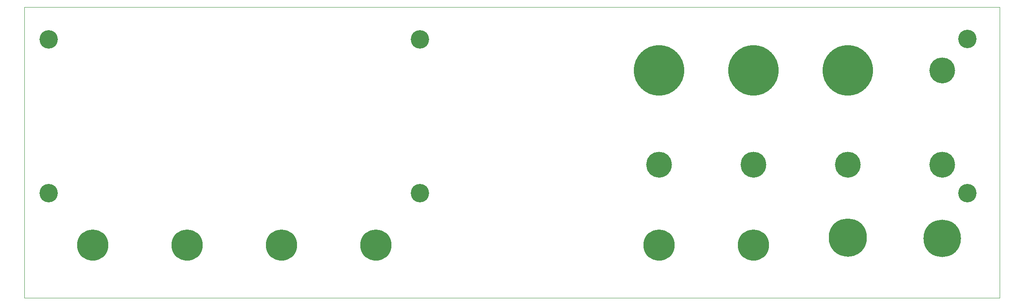
<source format=gbs>
G75*
%MOIN*%
%OFA0B0*%
%FSLAX24Y24*%
%IPPOS*%
%LPD*%
%AMOC8*
5,1,8,0,0,1.08239X$1,22.5*
%
%ADD10C,0.0000*%
%ADD11C,0.2049*%
%ADD12C,0.2482*%
%ADD13C,0.3033*%
%ADD14C,0.1464*%
%ADD15C,0.4023*%
%ADD16C,0.2980*%
D10*
X000100Y000100D02*
X077600Y000100D01*
X077600Y023220D01*
X000100Y023220D01*
X000100Y000100D01*
X004319Y004289D02*
X004321Y004358D01*
X004327Y004427D01*
X004337Y004496D01*
X004351Y004563D01*
X004369Y004630D01*
X004390Y004696D01*
X004415Y004761D01*
X004444Y004823D01*
X004477Y004884D01*
X004513Y004944D01*
X004552Y005001D01*
X004595Y005055D01*
X004641Y005107D01*
X004689Y005156D01*
X004741Y005203D01*
X004795Y005246D01*
X004851Y005286D01*
X004910Y005323D01*
X004970Y005357D01*
X005033Y005387D01*
X005097Y005413D01*
X005162Y005435D01*
X005229Y005454D01*
X005296Y005469D01*
X005365Y005480D01*
X005434Y005487D01*
X005503Y005490D01*
X005572Y005489D01*
X005641Y005484D01*
X005710Y005475D01*
X005778Y005462D01*
X005845Y005445D01*
X005911Y005425D01*
X005976Y005400D01*
X006039Y005372D01*
X006100Y005340D01*
X006160Y005305D01*
X006218Y005267D01*
X006273Y005225D01*
X006325Y005180D01*
X006375Y005132D01*
X006422Y005081D01*
X006467Y005028D01*
X006508Y004972D01*
X006545Y004914D01*
X006580Y004854D01*
X006610Y004792D01*
X006638Y004729D01*
X006661Y004663D01*
X006681Y004597D01*
X006697Y004530D01*
X006709Y004461D01*
X006717Y004393D01*
X006721Y004324D01*
X006721Y004254D01*
X006717Y004185D01*
X006709Y004117D01*
X006697Y004048D01*
X006681Y003981D01*
X006661Y003915D01*
X006638Y003849D01*
X006610Y003786D01*
X006580Y003724D01*
X006545Y003664D01*
X006508Y003606D01*
X006467Y003550D01*
X006422Y003497D01*
X006375Y003446D01*
X006325Y003398D01*
X006273Y003353D01*
X006218Y003311D01*
X006160Y003273D01*
X006100Y003238D01*
X006039Y003206D01*
X005976Y003178D01*
X005911Y003153D01*
X005845Y003133D01*
X005778Y003116D01*
X005710Y003103D01*
X005641Y003094D01*
X005572Y003089D01*
X005503Y003088D01*
X005434Y003091D01*
X005365Y003098D01*
X005296Y003109D01*
X005229Y003124D01*
X005162Y003143D01*
X005097Y003165D01*
X005033Y003191D01*
X004970Y003221D01*
X004910Y003255D01*
X004851Y003292D01*
X004795Y003332D01*
X004741Y003375D01*
X004689Y003422D01*
X004641Y003471D01*
X004595Y003523D01*
X004552Y003577D01*
X004513Y003634D01*
X004477Y003694D01*
X004444Y003755D01*
X004415Y003817D01*
X004390Y003882D01*
X004369Y003948D01*
X004351Y004015D01*
X004337Y004082D01*
X004327Y004151D01*
X004321Y004220D01*
X004319Y004289D01*
X011819Y004289D02*
X011821Y004358D01*
X011827Y004427D01*
X011837Y004496D01*
X011851Y004563D01*
X011869Y004630D01*
X011890Y004696D01*
X011915Y004761D01*
X011944Y004823D01*
X011977Y004884D01*
X012013Y004944D01*
X012052Y005001D01*
X012095Y005055D01*
X012141Y005107D01*
X012189Y005156D01*
X012241Y005203D01*
X012295Y005246D01*
X012351Y005286D01*
X012410Y005323D01*
X012470Y005357D01*
X012533Y005387D01*
X012597Y005413D01*
X012662Y005435D01*
X012729Y005454D01*
X012796Y005469D01*
X012865Y005480D01*
X012934Y005487D01*
X013003Y005490D01*
X013072Y005489D01*
X013141Y005484D01*
X013210Y005475D01*
X013278Y005462D01*
X013345Y005445D01*
X013411Y005425D01*
X013476Y005400D01*
X013539Y005372D01*
X013600Y005340D01*
X013660Y005305D01*
X013718Y005267D01*
X013773Y005225D01*
X013825Y005180D01*
X013875Y005132D01*
X013922Y005081D01*
X013967Y005028D01*
X014008Y004972D01*
X014045Y004914D01*
X014080Y004854D01*
X014110Y004792D01*
X014138Y004729D01*
X014161Y004663D01*
X014181Y004597D01*
X014197Y004530D01*
X014209Y004461D01*
X014217Y004393D01*
X014221Y004324D01*
X014221Y004254D01*
X014217Y004185D01*
X014209Y004117D01*
X014197Y004048D01*
X014181Y003981D01*
X014161Y003915D01*
X014138Y003849D01*
X014110Y003786D01*
X014080Y003724D01*
X014045Y003664D01*
X014008Y003606D01*
X013967Y003550D01*
X013922Y003497D01*
X013875Y003446D01*
X013825Y003398D01*
X013773Y003353D01*
X013718Y003311D01*
X013660Y003273D01*
X013600Y003238D01*
X013539Y003206D01*
X013476Y003178D01*
X013411Y003153D01*
X013345Y003133D01*
X013278Y003116D01*
X013210Y003103D01*
X013141Y003094D01*
X013072Y003089D01*
X013003Y003088D01*
X012934Y003091D01*
X012865Y003098D01*
X012796Y003109D01*
X012729Y003124D01*
X012662Y003143D01*
X012597Y003165D01*
X012533Y003191D01*
X012470Y003221D01*
X012410Y003255D01*
X012351Y003292D01*
X012295Y003332D01*
X012241Y003375D01*
X012189Y003422D01*
X012141Y003471D01*
X012095Y003523D01*
X012052Y003577D01*
X012013Y003634D01*
X011977Y003694D01*
X011944Y003755D01*
X011915Y003817D01*
X011890Y003882D01*
X011869Y003948D01*
X011851Y004015D01*
X011837Y004082D01*
X011827Y004151D01*
X011821Y004220D01*
X011819Y004289D01*
X019319Y004289D02*
X019321Y004358D01*
X019327Y004427D01*
X019337Y004496D01*
X019351Y004563D01*
X019369Y004630D01*
X019390Y004696D01*
X019415Y004761D01*
X019444Y004823D01*
X019477Y004884D01*
X019513Y004944D01*
X019552Y005001D01*
X019595Y005055D01*
X019641Y005107D01*
X019689Y005156D01*
X019741Y005203D01*
X019795Y005246D01*
X019851Y005286D01*
X019910Y005323D01*
X019970Y005357D01*
X020033Y005387D01*
X020097Y005413D01*
X020162Y005435D01*
X020229Y005454D01*
X020296Y005469D01*
X020365Y005480D01*
X020434Y005487D01*
X020503Y005490D01*
X020572Y005489D01*
X020641Y005484D01*
X020710Y005475D01*
X020778Y005462D01*
X020845Y005445D01*
X020911Y005425D01*
X020976Y005400D01*
X021039Y005372D01*
X021100Y005340D01*
X021160Y005305D01*
X021218Y005267D01*
X021273Y005225D01*
X021325Y005180D01*
X021375Y005132D01*
X021422Y005081D01*
X021467Y005028D01*
X021508Y004972D01*
X021545Y004914D01*
X021580Y004854D01*
X021610Y004792D01*
X021638Y004729D01*
X021661Y004663D01*
X021681Y004597D01*
X021697Y004530D01*
X021709Y004461D01*
X021717Y004393D01*
X021721Y004324D01*
X021721Y004254D01*
X021717Y004185D01*
X021709Y004117D01*
X021697Y004048D01*
X021681Y003981D01*
X021661Y003915D01*
X021638Y003849D01*
X021610Y003786D01*
X021580Y003724D01*
X021545Y003664D01*
X021508Y003606D01*
X021467Y003550D01*
X021422Y003497D01*
X021375Y003446D01*
X021325Y003398D01*
X021273Y003353D01*
X021218Y003311D01*
X021160Y003273D01*
X021100Y003238D01*
X021039Y003206D01*
X020976Y003178D01*
X020911Y003153D01*
X020845Y003133D01*
X020778Y003116D01*
X020710Y003103D01*
X020641Y003094D01*
X020572Y003089D01*
X020503Y003088D01*
X020434Y003091D01*
X020365Y003098D01*
X020296Y003109D01*
X020229Y003124D01*
X020162Y003143D01*
X020097Y003165D01*
X020033Y003191D01*
X019970Y003221D01*
X019910Y003255D01*
X019851Y003292D01*
X019795Y003332D01*
X019741Y003375D01*
X019689Y003422D01*
X019641Y003471D01*
X019595Y003523D01*
X019552Y003577D01*
X019513Y003634D01*
X019477Y003694D01*
X019444Y003755D01*
X019415Y003817D01*
X019390Y003882D01*
X019369Y003948D01*
X019351Y004015D01*
X019337Y004082D01*
X019327Y004151D01*
X019321Y004220D01*
X019319Y004289D01*
X026819Y004289D02*
X026821Y004358D01*
X026827Y004427D01*
X026837Y004496D01*
X026851Y004563D01*
X026869Y004630D01*
X026890Y004696D01*
X026915Y004761D01*
X026944Y004823D01*
X026977Y004884D01*
X027013Y004944D01*
X027052Y005001D01*
X027095Y005055D01*
X027141Y005107D01*
X027189Y005156D01*
X027241Y005203D01*
X027295Y005246D01*
X027351Y005286D01*
X027410Y005323D01*
X027470Y005357D01*
X027533Y005387D01*
X027597Y005413D01*
X027662Y005435D01*
X027729Y005454D01*
X027796Y005469D01*
X027865Y005480D01*
X027934Y005487D01*
X028003Y005490D01*
X028072Y005489D01*
X028141Y005484D01*
X028210Y005475D01*
X028278Y005462D01*
X028345Y005445D01*
X028411Y005425D01*
X028476Y005400D01*
X028539Y005372D01*
X028600Y005340D01*
X028660Y005305D01*
X028718Y005267D01*
X028773Y005225D01*
X028825Y005180D01*
X028875Y005132D01*
X028922Y005081D01*
X028967Y005028D01*
X029008Y004972D01*
X029045Y004914D01*
X029080Y004854D01*
X029110Y004792D01*
X029138Y004729D01*
X029161Y004663D01*
X029181Y004597D01*
X029197Y004530D01*
X029209Y004461D01*
X029217Y004393D01*
X029221Y004324D01*
X029221Y004254D01*
X029217Y004185D01*
X029209Y004117D01*
X029197Y004048D01*
X029181Y003981D01*
X029161Y003915D01*
X029138Y003849D01*
X029110Y003786D01*
X029080Y003724D01*
X029045Y003664D01*
X029008Y003606D01*
X028967Y003550D01*
X028922Y003497D01*
X028875Y003446D01*
X028825Y003398D01*
X028773Y003353D01*
X028718Y003311D01*
X028660Y003273D01*
X028600Y003238D01*
X028539Y003206D01*
X028476Y003178D01*
X028411Y003153D01*
X028345Y003133D01*
X028278Y003116D01*
X028210Y003103D01*
X028141Y003094D01*
X028072Y003089D01*
X028003Y003088D01*
X027934Y003091D01*
X027865Y003098D01*
X027796Y003109D01*
X027729Y003124D01*
X027662Y003143D01*
X027597Y003165D01*
X027533Y003191D01*
X027470Y003221D01*
X027410Y003255D01*
X027351Y003292D01*
X027295Y003332D01*
X027241Y003375D01*
X027189Y003422D01*
X027141Y003471D01*
X027095Y003523D01*
X027052Y003577D01*
X027013Y003634D01*
X026977Y003694D01*
X026944Y003755D01*
X026915Y003817D01*
X026890Y003882D01*
X026869Y003948D01*
X026851Y004015D01*
X026837Y004082D01*
X026827Y004151D01*
X026821Y004220D01*
X026819Y004289D01*
X049319Y004289D02*
X049321Y004358D01*
X049327Y004427D01*
X049337Y004496D01*
X049351Y004563D01*
X049369Y004630D01*
X049390Y004696D01*
X049415Y004761D01*
X049444Y004823D01*
X049477Y004884D01*
X049513Y004944D01*
X049552Y005001D01*
X049595Y005055D01*
X049641Y005107D01*
X049689Y005156D01*
X049741Y005203D01*
X049795Y005246D01*
X049851Y005286D01*
X049910Y005323D01*
X049970Y005357D01*
X050033Y005387D01*
X050097Y005413D01*
X050162Y005435D01*
X050229Y005454D01*
X050296Y005469D01*
X050365Y005480D01*
X050434Y005487D01*
X050503Y005490D01*
X050572Y005489D01*
X050641Y005484D01*
X050710Y005475D01*
X050778Y005462D01*
X050845Y005445D01*
X050911Y005425D01*
X050976Y005400D01*
X051039Y005372D01*
X051100Y005340D01*
X051160Y005305D01*
X051218Y005267D01*
X051273Y005225D01*
X051325Y005180D01*
X051375Y005132D01*
X051422Y005081D01*
X051467Y005028D01*
X051508Y004972D01*
X051545Y004914D01*
X051580Y004854D01*
X051610Y004792D01*
X051638Y004729D01*
X051661Y004663D01*
X051681Y004597D01*
X051697Y004530D01*
X051709Y004461D01*
X051717Y004393D01*
X051721Y004324D01*
X051721Y004254D01*
X051717Y004185D01*
X051709Y004117D01*
X051697Y004048D01*
X051681Y003981D01*
X051661Y003915D01*
X051638Y003849D01*
X051610Y003786D01*
X051580Y003724D01*
X051545Y003664D01*
X051508Y003606D01*
X051467Y003550D01*
X051422Y003497D01*
X051375Y003446D01*
X051325Y003398D01*
X051273Y003353D01*
X051218Y003311D01*
X051160Y003273D01*
X051100Y003238D01*
X051039Y003206D01*
X050976Y003178D01*
X050911Y003153D01*
X050845Y003133D01*
X050778Y003116D01*
X050710Y003103D01*
X050641Y003094D01*
X050572Y003089D01*
X050503Y003088D01*
X050434Y003091D01*
X050365Y003098D01*
X050296Y003109D01*
X050229Y003124D01*
X050162Y003143D01*
X050097Y003165D01*
X050033Y003191D01*
X049970Y003221D01*
X049910Y003255D01*
X049851Y003292D01*
X049795Y003332D01*
X049741Y003375D01*
X049689Y003422D01*
X049641Y003471D01*
X049595Y003523D01*
X049552Y003577D01*
X049513Y003634D01*
X049477Y003694D01*
X049444Y003755D01*
X049415Y003817D01*
X049390Y003882D01*
X049369Y003948D01*
X049351Y004015D01*
X049337Y004082D01*
X049327Y004151D01*
X049321Y004220D01*
X049319Y004289D01*
X056819Y004289D02*
X056821Y004358D01*
X056827Y004427D01*
X056837Y004496D01*
X056851Y004563D01*
X056869Y004630D01*
X056890Y004696D01*
X056915Y004761D01*
X056944Y004823D01*
X056977Y004884D01*
X057013Y004944D01*
X057052Y005001D01*
X057095Y005055D01*
X057141Y005107D01*
X057189Y005156D01*
X057241Y005203D01*
X057295Y005246D01*
X057351Y005286D01*
X057410Y005323D01*
X057470Y005357D01*
X057533Y005387D01*
X057597Y005413D01*
X057662Y005435D01*
X057729Y005454D01*
X057796Y005469D01*
X057865Y005480D01*
X057934Y005487D01*
X058003Y005490D01*
X058072Y005489D01*
X058141Y005484D01*
X058210Y005475D01*
X058278Y005462D01*
X058345Y005445D01*
X058411Y005425D01*
X058476Y005400D01*
X058539Y005372D01*
X058600Y005340D01*
X058660Y005305D01*
X058718Y005267D01*
X058773Y005225D01*
X058825Y005180D01*
X058875Y005132D01*
X058922Y005081D01*
X058967Y005028D01*
X059008Y004972D01*
X059045Y004914D01*
X059080Y004854D01*
X059110Y004792D01*
X059138Y004729D01*
X059161Y004663D01*
X059181Y004597D01*
X059197Y004530D01*
X059209Y004461D01*
X059217Y004393D01*
X059221Y004324D01*
X059221Y004254D01*
X059217Y004185D01*
X059209Y004117D01*
X059197Y004048D01*
X059181Y003981D01*
X059161Y003915D01*
X059138Y003849D01*
X059110Y003786D01*
X059080Y003724D01*
X059045Y003664D01*
X059008Y003606D01*
X058967Y003550D01*
X058922Y003497D01*
X058875Y003446D01*
X058825Y003398D01*
X058773Y003353D01*
X058718Y003311D01*
X058660Y003273D01*
X058600Y003238D01*
X058539Y003206D01*
X058476Y003178D01*
X058411Y003153D01*
X058345Y003133D01*
X058278Y003116D01*
X058210Y003103D01*
X058141Y003094D01*
X058072Y003089D01*
X058003Y003088D01*
X057934Y003091D01*
X057865Y003098D01*
X057796Y003109D01*
X057729Y003124D01*
X057662Y003143D01*
X057597Y003165D01*
X057533Y003191D01*
X057470Y003221D01*
X057410Y003255D01*
X057351Y003292D01*
X057295Y003332D01*
X057241Y003375D01*
X057189Y003422D01*
X057141Y003471D01*
X057095Y003523D01*
X057052Y003577D01*
X057013Y003634D01*
X056977Y003694D01*
X056944Y003755D01*
X056915Y003817D01*
X056890Y003882D01*
X056869Y003948D01*
X056851Y004015D01*
X056837Y004082D01*
X056827Y004151D01*
X056821Y004220D01*
X056819Y004289D01*
X064044Y004880D02*
X064046Y004957D01*
X064052Y005033D01*
X064062Y005109D01*
X064076Y005184D01*
X064093Y005259D01*
X064115Y005332D01*
X064140Y005405D01*
X064170Y005476D01*
X064202Y005545D01*
X064239Y005612D01*
X064278Y005678D01*
X064321Y005741D01*
X064368Y005802D01*
X064417Y005861D01*
X064470Y005917D01*
X064525Y005970D01*
X064583Y006020D01*
X064643Y006067D01*
X064706Y006111D01*
X064771Y006152D01*
X064838Y006189D01*
X064907Y006223D01*
X064977Y006253D01*
X065049Y006279D01*
X065123Y006301D01*
X065197Y006320D01*
X065272Y006335D01*
X065348Y006346D01*
X065424Y006353D01*
X065501Y006356D01*
X065577Y006355D01*
X065654Y006350D01*
X065730Y006341D01*
X065806Y006328D01*
X065880Y006311D01*
X065954Y006291D01*
X066027Y006266D01*
X066098Y006238D01*
X066168Y006206D01*
X066236Y006171D01*
X066302Y006132D01*
X066366Y006090D01*
X066427Y006044D01*
X066487Y005995D01*
X066543Y005944D01*
X066597Y005889D01*
X066648Y005832D01*
X066696Y005772D01*
X066741Y005710D01*
X066782Y005645D01*
X066820Y005579D01*
X066855Y005511D01*
X066885Y005440D01*
X066913Y005369D01*
X066936Y005296D01*
X066956Y005222D01*
X066972Y005147D01*
X066984Y005071D01*
X066992Y004995D01*
X066996Y004918D01*
X066996Y004842D01*
X066992Y004765D01*
X066984Y004689D01*
X066972Y004613D01*
X066956Y004538D01*
X066936Y004464D01*
X066913Y004391D01*
X066885Y004320D01*
X066855Y004249D01*
X066820Y004181D01*
X066782Y004115D01*
X066741Y004050D01*
X066696Y003988D01*
X066648Y003928D01*
X066597Y003871D01*
X066543Y003816D01*
X066487Y003765D01*
X066427Y003716D01*
X066366Y003670D01*
X066302Y003628D01*
X066236Y003589D01*
X066168Y003554D01*
X066098Y003522D01*
X066027Y003494D01*
X065954Y003469D01*
X065880Y003449D01*
X065806Y003432D01*
X065730Y003419D01*
X065654Y003410D01*
X065577Y003405D01*
X065501Y003404D01*
X065424Y003407D01*
X065348Y003414D01*
X065272Y003425D01*
X065197Y003440D01*
X065123Y003459D01*
X065049Y003481D01*
X064977Y003507D01*
X064907Y003537D01*
X064838Y003571D01*
X064771Y003608D01*
X064706Y003649D01*
X064643Y003693D01*
X064583Y003740D01*
X064525Y003790D01*
X064470Y003843D01*
X064417Y003899D01*
X064368Y003958D01*
X064321Y004019D01*
X064278Y004082D01*
X064239Y004148D01*
X064202Y004215D01*
X064170Y004284D01*
X064140Y004355D01*
X064115Y004428D01*
X064093Y004501D01*
X064076Y004576D01*
X064062Y004651D01*
X064052Y004727D01*
X064046Y004803D01*
X064044Y004880D01*
X064536Y010685D02*
X064538Y010747D01*
X064544Y010810D01*
X064554Y010871D01*
X064568Y010932D01*
X064585Y010992D01*
X064606Y011051D01*
X064632Y011108D01*
X064660Y011163D01*
X064692Y011217D01*
X064728Y011268D01*
X064766Y011318D01*
X064808Y011364D01*
X064852Y011408D01*
X064900Y011449D01*
X064949Y011487D01*
X065001Y011521D01*
X065055Y011552D01*
X065111Y011580D01*
X065169Y011604D01*
X065228Y011625D01*
X065288Y011641D01*
X065349Y011654D01*
X065411Y011663D01*
X065473Y011668D01*
X065536Y011669D01*
X065598Y011666D01*
X065660Y011659D01*
X065722Y011648D01*
X065782Y011633D01*
X065842Y011615D01*
X065900Y011593D01*
X065957Y011567D01*
X066012Y011537D01*
X066065Y011504D01*
X066116Y011468D01*
X066164Y011429D01*
X066210Y011386D01*
X066253Y011341D01*
X066293Y011293D01*
X066330Y011243D01*
X066364Y011190D01*
X066395Y011136D01*
X066421Y011080D01*
X066445Y011022D01*
X066464Y010962D01*
X066480Y010902D01*
X066492Y010840D01*
X066500Y010779D01*
X066504Y010716D01*
X066504Y010654D01*
X066500Y010591D01*
X066492Y010530D01*
X066480Y010468D01*
X066464Y010408D01*
X066445Y010348D01*
X066421Y010290D01*
X066395Y010234D01*
X066364Y010180D01*
X066330Y010127D01*
X066293Y010077D01*
X066253Y010029D01*
X066210Y009984D01*
X066164Y009941D01*
X066116Y009902D01*
X066065Y009866D01*
X066012Y009833D01*
X065957Y009803D01*
X065900Y009777D01*
X065842Y009755D01*
X065782Y009737D01*
X065722Y009722D01*
X065660Y009711D01*
X065598Y009704D01*
X065536Y009701D01*
X065473Y009702D01*
X065411Y009707D01*
X065349Y009716D01*
X065288Y009729D01*
X065228Y009745D01*
X065169Y009766D01*
X065111Y009790D01*
X065055Y009818D01*
X065001Y009849D01*
X064949Y009883D01*
X064900Y009921D01*
X064852Y009962D01*
X064808Y010006D01*
X064766Y010052D01*
X064728Y010102D01*
X064692Y010153D01*
X064660Y010207D01*
X064632Y010262D01*
X064606Y010319D01*
X064585Y010378D01*
X064568Y010438D01*
X064554Y010499D01*
X064544Y010560D01*
X064538Y010623D01*
X064536Y010685D01*
X057036Y010685D02*
X057038Y010747D01*
X057044Y010810D01*
X057054Y010871D01*
X057068Y010932D01*
X057085Y010992D01*
X057106Y011051D01*
X057132Y011108D01*
X057160Y011163D01*
X057192Y011217D01*
X057228Y011268D01*
X057266Y011318D01*
X057308Y011364D01*
X057352Y011408D01*
X057400Y011449D01*
X057449Y011487D01*
X057501Y011521D01*
X057555Y011552D01*
X057611Y011580D01*
X057669Y011604D01*
X057728Y011625D01*
X057788Y011641D01*
X057849Y011654D01*
X057911Y011663D01*
X057973Y011668D01*
X058036Y011669D01*
X058098Y011666D01*
X058160Y011659D01*
X058222Y011648D01*
X058282Y011633D01*
X058342Y011615D01*
X058400Y011593D01*
X058457Y011567D01*
X058512Y011537D01*
X058565Y011504D01*
X058616Y011468D01*
X058664Y011429D01*
X058710Y011386D01*
X058753Y011341D01*
X058793Y011293D01*
X058830Y011243D01*
X058864Y011190D01*
X058895Y011136D01*
X058921Y011080D01*
X058945Y011022D01*
X058964Y010962D01*
X058980Y010902D01*
X058992Y010840D01*
X059000Y010779D01*
X059004Y010716D01*
X059004Y010654D01*
X059000Y010591D01*
X058992Y010530D01*
X058980Y010468D01*
X058964Y010408D01*
X058945Y010348D01*
X058921Y010290D01*
X058895Y010234D01*
X058864Y010180D01*
X058830Y010127D01*
X058793Y010077D01*
X058753Y010029D01*
X058710Y009984D01*
X058664Y009941D01*
X058616Y009902D01*
X058565Y009866D01*
X058512Y009833D01*
X058457Y009803D01*
X058400Y009777D01*
X058342Y009755D01*
X058282Y009737D01*
X058222Y009722D01*
X058160Y009711D01*
X058098Y009704D01*
X058036Y009701D01*
X057973Y009702D01*
X057911Y009707D01*
X057849Y009716D01*
X057788Y009729D01*
X057728Y009745D01*
X057669Y009766D01*
X057611Y009790D01*
X057555Y009818D01*
X057501Y009849D01*
X057449Y009883D01*
X057400Y009921D01*
X057352Y009962D01*
X057308Y010006D01*
X057266Y010052D01*
X057228Y010102D01*
X057192Y010153D01*
X057160Y010207D01*
X057132Y010262D01*
X057106Y010319D01*
X057085Y010378D01*
X057068Y010438D01*
X057054Y010499D01*
X057044Y010560D01*
X057038Y010623D01*
X057036Y010685D01*
X049536Y010685D02*
X049538Y010747D01*
X049544Y010810D01*
X049554Y010871D01*
X049568Y010932D01*
X049585Y010992D01*
X049606Y011051D01*
X049632Y011108D01*
X049660Y011163D01*
X049692Y011217D01*
X049728Y011268D01*
X049766Y011318D01*
X049808Y011364D01*
X049852Y011408D01*
X049900Y011449D01*
X049949Y011487D01*
X050001Y011521D01*
X050055Y011552D01*
X050111Y011580D01*
X050169Y011604D01*
X050228Y011625D01*
X050288Y011641D01*
X050349Y011654D01*
X050411Y011663D01*
X050473Y011668D01*
X050536Y011669D01*
X050598Y011666D01*
X050660Y011659D01*
X050722Y011648D01*
X050782Y011633D01*
X050842Y011615D01*
X050900Y011593D01*
X050957Y011567D01*
X051012Y011537D01*
X051065Y011504D01*
X051116Y011468D01*
X051164Y011429D01*
X051210Y011386D01*
X051253Y011341D01*
X051293Y011293D01*
X051330Y011243D01*
X051364Y011190D01*
X051395Y011136D01*
X051421Y011080D01*
X051445Y011022D01*
X051464Y010962D01*
X051480Y010902D01*
X051492Y010840D01*
X051500Y010779D01*
X051504Y010716D01*
X051504Y010654D01*
X051500Y010591D01*
X051492Y010530D01*
X051480Y010468D01*
X051464Y010408D01*
X051445Y010348D01*
X051421Y010290D01*
X051395Y010234D01*
X051364Y010180D01*
X051330Y010127D01*
X051293Y010077D01*
X051253Y010029D01*
X051210Y009984D01*
X051164Y009941D01*
X051116Y009902D01*
X051065Y009866D01*
X051012Y009833D01*
X050957Y009803D01*
X050900Y009777D01*
X050842Y009755D01*
X050782Y009737D01*
X050722Y009722D01*
X050660Y009711D01*
X050598Y009704D01*
X050536Y009701D01*
X050473Y009702D01*
X050411Y009707D01*
X050349Y009716D01*
X050288Y009729D01*
X050228Y009745D01*
X050169Y009766D01*
X050111Y009790D01*
X050055Y009818D01*
X050001Y009849D01*
X049949Y009883D01*
X049900Y009921D01*
X049852Y009962D01*
X049808Y010006D01*
X049766Y010052D01*
X049728Y010102D01*
X049692Y010153D01*
X049660Y010207D01*
X049632Y010262D01*
X049606Y010319D01*
X049585Y010378D01*
X049568Y010438D01*
X049554Y010499D01*
X049544Y010560D01*
X049538Y010623D01*
X049536Y010685D01*
X072036Y010685D02*
X072038Y010747D01*
X072044Y010810D01*
X072054Y010871D01*
X072068Y010932D01*
X072085Y010992D01*
X072106Y011051D01*
X072132Y011108D01*
X072160Y011163D01*
X072192Y011217D01*
X072228Y011268D01*
X072266Y011318D01*
X072308Y011364D01*
X072352Y011408D01*
X072400Y011449D01*
X072449Y011487D01*
X072501Y011521D01*
X072555Y011552D01*
X072611Y011580D01*
X072669Y011604D01*
X072728Y011625D01*
X072788Y011641D01*
X072849Y011654D01*
X072911Y011663D01*
X072973Y011668D01*
X073036Y011669D01*
X073098Y011666D01*
X073160Y011659D01*
X073222Y011648D01*
X073282Y011633D01*
X073342Y011615D01*
X073400Y011593D01*
X073457Y011567D01*
X073512Y011537D01*
X073565Y011504D01*
X073616Y011468D01*
X073664Y011429D01*
X073710Y011386D01*
X073753Y011341D01*
X073793Y011293D01*
X073830Y011243D01*
X073864Y011190D01*
X073895Y011136D01*
X073921Y011080D01*
X073945Y011022D01*
X073964Y010962D01*
X073980Y010902D01*
X073992Y010840D01*
X074000Y010779D01*
X074004Y010716D01*
X074004Y010654D01*
X074000Y010591D01*
X073992Y010530D01*
X073980Y010468D01*
X073964Y010408D01*
X073945Y010348D01*
X073921Y010290D01*
X073895Y010234D01*
X073864Y010180D01*
X073830Y010127D01*
X073793Y010077D01*
X073753Y010029D01*
X073710Y009984D01*
X073664Y009941D01*
X073616Y009902D01*
X073565Y009866D01*
X073512Y009833D01*
X073457Y009803D01*
X073400Y009777D01*
X073342Y009755D01*
X073282Y009737D01*
X073222Y009722D01*
X073160Y009711D01*
X073098Y009704D01*
X073036Y009701D01*
X072973Y009702D01*
X072911Y009707D01*
X072849Y009716D01*
X072788Y009729D01*
X072728Y009745D01*
X072669Y009766D01*
X072611Y009790D01*
X072555Y009818D01*
X072501Y009849D01*
X072449Y009883D01*
X072400Y009921D01*
X072352Y009962D01*
X072308Y010006D01*
X072266Y010052D01*
X072228Y010102D01*
X072192Y010153D01*
X072160Y010207D01*
X072132Y010262D01*
X072106Y010319D01*
X072085Y010378D01*
X072068Y010438D01*
X072054Y010499D01*
X072044Y010560D01*
X072038Y010623D01*
X072036Y010685D01*
X072036Y018185D02*
X072038Y018247D01*
X072044Y018310D01*
X072054Y018371D01*
X072068Y018432D01*
X072085Y018492D01*
X072106Y018551D01*
X072132Y018608D01*
X072160Y018663D01*
X072192Y018717D01*
X072228Y018768D01*
X072266Y018818D01*
X072308Y018864D01*
X072352Y018908D01*
X072400Y018949D01*
X072449Y018987D01*
X072501Y019021D01*
X072555Y019052D01*
X072611Y019080D01*
X072669Y019104D01*
X072728Y019125D01*
X072788Y019141D01*
X072849Y019154D01*
X072911Y019163D01*
X072973Y019168D01*
X073036Y019169D01*
X073098Y019166D01*
X073160Y019159D01*
X073222Y019148D01*
X073282Y019133D01*
X073342Y019115D01*
X073400Y019093D01*
X073457Y019067D01*
X073512Y019037D01*
X073565Y019004D01*
X073616Y018968D01*
X073664Y018929D01*
X073710Y018886D01*
X073753Y018841D01*
X073793Y018793D01*
X073830Y018743D01*
X073864Y018690D01*
X073895Y018636D01*
X073921Y018580D01*
X073945Y018522D01*
X073964Y018462D01*
X073980Y018402D01*
X073992Y018340D01*
X074000Y018279D01*
X074004Y018216D01*
X074004Y018154D01*
X074000Y018091D01*
X073992Y018030D01*
X073980Y017968D01*
X073964Y017908D01*
X073945Y017848D01*
X073921Y017790D01*
X073895Y017734D01*
X073864Y017680D01*
X073830Y017627D01*
X073793Y017577D01*
X073753Y017529D01*
X073710Y017484D01*
X073664Y017441D01*
X073616Y017402D01*
X073565Y017366D01*
X073512Y017333D01*
X073457Y017303D01*
X073400Y017277D01*
X073342Y017255D01*
X073282Y017237D01*
X073222Y017222D01*
X073160Y017211D01*
X073098Y017204D01*
X073036Y017201D01*
X072973Y017202D01*
X072911Y017207D01*
X072849Y017216D01*
X072788Y017229D01*
X072728Y017245D01*
X072669Y017266D01*
X072611Y017290D01*
X072555Y017318D01*
X072501Y017349D01*
X072449Y017383D01*
X072400Y017421D01*
X072352Y017462D01*
X072308Y017506D01*
X072266Y017552D01*
X072228Y017602D01*
X072192Y017653D01*
X072160Y017707D01*
X072132Y017762D01*
X072106Y017819D01*
X072085Y017878D01*
X072068Y017938D01*
X072054Y017999D01*
X072044Y018060D01*
X072038Y018123D01*
X072036Y018185D01*
D11*
X073020Y018185D03*
X073020Y010685D03*
X065520Y010685D03*
X058020Y010685D03*
X050520Y010685D03*
D12*
X050520Y004289D03*
X058020Y004289D03*
X028020Y004289D03*
X020520Y004289D03*
X013020Y004289D03*
X005520Y004289D03*
D13*
X065520Y004880D03*
D14*
X075020Y008435D03*
X075020Y020685D03*
X031520Y020640D03*
X002020Y020640D03*
X002020Y008435D03*
X031520Y008435D03*
D15*
X050520Y018185D03*
X058020Y018185D03*
X065520Y018185D03*
D16*
X073020Y004820D03*
M02*

</source>
